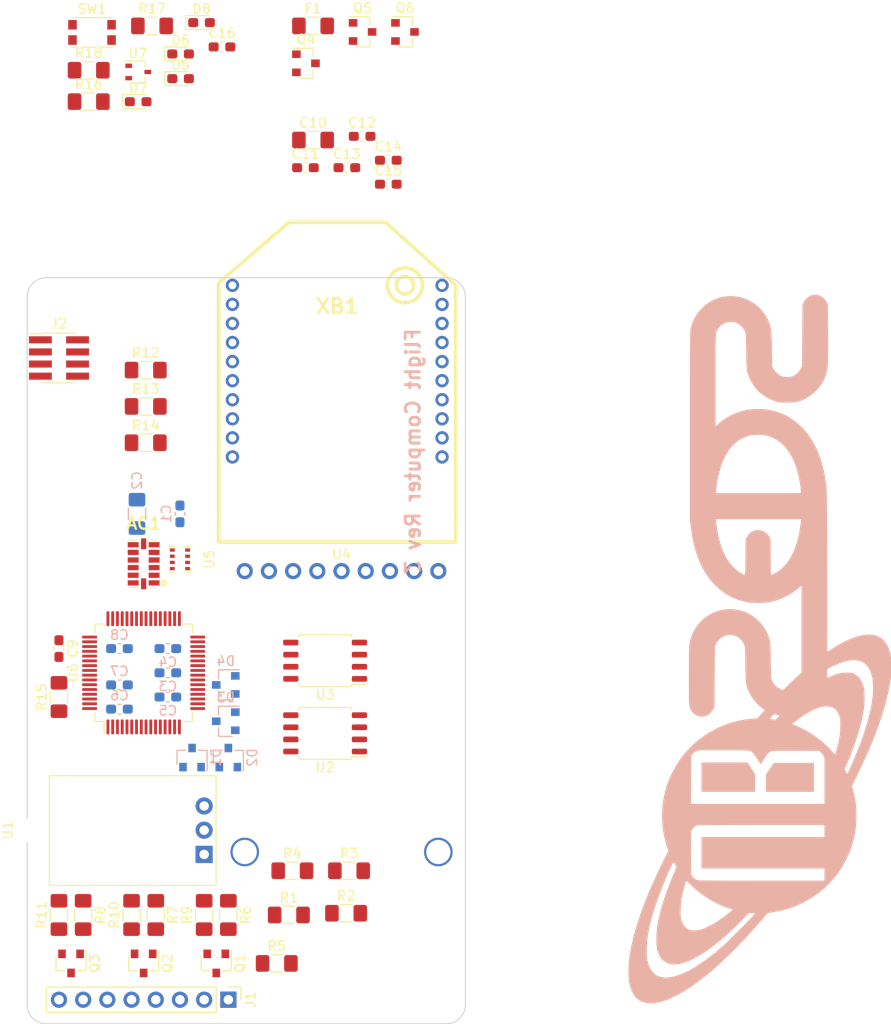
<source format=kicad_pcb>
(kicad_pcb (version 20171130) (host pcbnew "(5.1.4)-1")
  (title_block (title "Flight Computer") (rev 2) (company "UB SEDS"))
  (layers (0 F.Cu signal) (1 In1.Cu signal hide) (2 In2.Cu signal hide) (31 B.Cu signal) (34 B.Paste user hide) (35 F.Paste user hide) (36 B.SilkS user) (37 F.SilkS user) (38 B.Mask user hide) (39 F.Mask user hide) (44 Edge.Cuts user))
  (net 0 "")
  (net 1 "Net-(Q1-Pad1)")
  (net 2 "Net-(Q2-Pad1)")
  (net 3 GND)
  (net 4 +BATT)
  (net 5 +3V3)
  (net 6 /DROGUE_POW)
  (net 7 /MAIN_POW)
  (net 8 /SPI1_SCK)
  (net 9 /SPI1_MOSI)
  (net 10 /SPI1_MISO)
  (net 11 /SPI1_CS1)
  (net 12 /MCU/NRST)
  (net 13 /AUX1_POW)
  (net 14 /MCU/SWDIO_JTCK)
  (net 15 /MCU/SWDIO_JTMS)
  (net 16 /MCU/JTDI)
  (net 17 /ACT1)
  (net 18 /ACT2)
  (net 19 /ACT3)
  (net 20 /ADC1)
  (net 21 /ADC2)
  (net 22 /SPI2_SCK)
  (net 23 /SPI2_MOSI)
  (net 24 /SPI2_MISO)
  (net 25 /SPI2_CS1)
  (net 26 /SPI2_CS2)
  (net 27 /USART2_RX)
  (net 28 /USART2_TX)
  (net 29 /SPI1_CS2)
  (net 30 /USART1_TX)
  (net 31 /USART1_RX)
  (net 32 /ADC3)
  (net 33 /ADC4)
  (net 34 "Net-(Q3-Pad1)")
  (net 35 "Net-(D5-Pad2)")
  (net 36 "Net-(D6-Pad2)")
  (net 37 "Net-(D7-Pad2)")
  (net 38 "Net-(D8-Pad2)")
  (net 39 "Net-(F1-Pad2)")
  (net 40 "Net-(Q3-Pad2)")
  (net 41 "Net-(Q4-Pad2)")
  (net 42 "Net-(Q4-Pad1)")
  (net 43 "Net-(R1-Pad2)")
  (net 44 "Net-(R14-Pad1)")
  (net 45 "Net-(R15-Pad1)")
  (net 46 "Net-(R16-Pad1)")
  (net 47 "Net-(R17-Pad1)")
  (net 48 "Net-(R18-Pad1)")
  (net 49 "Net-(U6-Pad5)")
  (module Package_TO_SOT_SMD:SOT-323_SC-70 (layer F.Cu) (at 61.66 28.42)
    (fp_text reference U7 (at -0.05 -1.95) (layer F.SilkS))
    (fp_text value MAX7375AXR805)
    (pad 3 smd rect (at 1 0 270) (size 0.45 0.7) (layers F.Cu F.Paste F.Mask) (net 3 GND))
    (pad 2 smd rect (at -1 0.65 270) (size 0.45 0.7) (layers F.Cu F.Paste F.Mask) (net 49 "Net-(U6-Pad5)"))
    (pad 1 smd rect (at -1 -0.65 270) (size 0.45 0.7) (layers F.Cu F.Paste F.Mask) (net 5 +3V3))
  )
  (module Button_Switch_SMD:SW_Push_1P1T_NO_CK_KMR2 (layer F.Cu) (at 56.81 24.27)
    (fp_text reference SW1 (at 0 -2.45) (layer F.SilkS))
    (fp_text value Reset)
    (pad 2 smd rect (at 2.05 0.8) (size 0.9 1) (layers F.Cu F.Paste F.Mask) (net 12 /MCU/NRST))
    (pad 1 smd rect (at 2.05 -0.8) (size 0.9 1) (layers F.Cu F.Paste F.Mask) (net 3 GND))
    (pad 2 smd rect (at -2.05 0.8) (size 0.9 1) (layers F.Cu F.Paste F.Mask) (net 12 /MCU/NRST))
    (pad 1 smd rect (at -2.05 -0.8) (size 0.9 1) (layers F.Cu F.Paste F.Mask) (net 3 GND))
  )
  (module Resistor_SMD:R_1206_3216Metric_Pad1.42x1.75mm_HandSolder (layer F.Cu) (at 56.46 28.24)
    (fp_text reference R18 (at 0 -1.82) (layer F.SilkS))
    (fp_text value 10k)
    (pad 2 smd roundrect (at 1.4875 0) (size 1.425 1.75) (layers F.Cu F.Paste F.Mask) (roundrect_rratio 0.175439) (net 3 GND))
    (pad 1 smd roundrect (at -1.4875 0) (size 1.425 1.75) (layers F.Cu F.Paste F.Mask) (roundrect_rratio 0.175439) (net 48 "Net-(R18-Pad1)"))
  )
  (module Resistor_SMD:R_1206_3216Metric_Pad1.42x1.75mm_HandSolder (layer F.Cu) (at 63.11 23.59)
    (fp_text reference R17 (at 0 -1.82) (layer F.SilkS))
    (fp_text value 1k)
    (pad 2 smd roundrect (at 1.4875 0) (size 1.425 1.75) (layers F.Cu F.Paste F.Mask) (roundrect_rratio 0.175439) (net 38 "Net-(D8-Pad2)"))
    (pad 1 smd roundrect (at -1.4875 0) (size 1.425 1.75) (layers F.Cu F.Paste F.Mask) (roundrect_rratio 0.175439) (net 47 "Net-(R17-Pad1)"))
  )
  (module Resistor_SMD:R_1206_3216Metric_Pad1.42x1.75mm_HandSolder (layer F.Cu) (at 56.46 31.53)
    (fp_text reference R16 (at 0 -1.82) (layer F.SilkS))
    (fp_text value 1k)
    (pad 2 smd roundrect (at 1.4875 0) (size 1.425 1.75) (layers F.Cu F.Paste F.Mask) (roundrect_rratio 0.175439) (net 37 "Net-(D7-Pad2)"))
    (pad 1 smd roundrect (at -1.4875 0) (size 1.425 1.75) (layers F.Cu F.Paste F.Mask) (roundrect_rratio 0.175439) (net 46 "Net-(R16-Pad1)"))
  )
  (module Resistor_SMD:R_1206_3216Metric_Pad1.42x1.75mm_HandSolder (layer F.Cu) (at 76.2 121.92)
    (fp_text reference R5 (at 0 -1.82) (layer F.SilkS))
    (fp_text value 100R)
    (pad 2 smd roundrect (at 1.4875 0) (size 1.425 1.75) (layers F.Cu F.Paste F.Mask) (roundrect_rratio 0.175439) (net 34 "Net-(Q3-Pad1)"))
    (pad 1 smd roundrect (at -1.4875 0) (size 1.425 1.75) (layers F.Cu F.Paste F.Mask) (roundrect_rratio 0.175439) (net 18 /ACT2))
  )
  (module Package_TO_SOT_SMD:SOT-23 (layer F.Cu) (at 89.66 24.22)
    (fp_text reference Q6 (at 0 -2.5) (layer F.SilkS))
    (fp_text value Q_PMOS_GDS)
    (pad 3 smd rect (at 1 0) (size 0.9 0.8) (layers F.Cu F.Paste F.Mask) (net 13 /AUX1_POW))
    (pad 2 smd rect (at -1 0.95) (size 0.9 0.8) (layers F.Cu F.Paste F.Mask) (net 39 "Net-(F1-Pad2)"))
    (pad 1 smd rect (at -1 -0.95) (size 0.9 0.8) (layers F.Cu F.Paste F.Mask) (net 41 "Net-(Q4-Pad2)"))
  )
  (module Package_TO_SOT_SMD:SOT-23 (layer F.Cu) (at 85.21 24.22)
    (fp_text reference Q5 (at 0 -2.5) (layer F.SilkS))
    (fp_text value Q_PMOS_GDS)
    (pad 3 smd rect (at 1 0) (size 0.9 0.8) (layers F.Cu F.Paste F.Mask) (net 7 /MAIN_POW))
    (pad 2 smd rect (at -1 0.95) (size 0.9 0.8) (layers F.Cu F.Paste F.Mask) (net 39 "Net-(F1-Pad2)"))
    (pad 1 smd rect (at -1 -0.95) (size 0.9 0.8) (layers F.Cu F.Paste F.Mask) (net 40 "Net-(Q3-Pad2)"))
  )
  (module Package_TO_SOT_SMD:SOT-23 (layer F.Cu) (at 79.26 27.51)
    (fp_text reference Q4 (at 0 -2.5) (layer F.SilkS))
    (fp_text value Q_NMOS_GDS)
    (pad 3 smd rect (at 1 0) (size 0.9 0.8) (layers F.Cu F.Paste F.Mask) (net 3 GND))
    (pad 2 smd rect (at -1 0.95) (size 0.9 0.8) (layers F.Cu F.Paste F.Mask) (net 41 "Net-(Q4-Pad2)"))
    (pad 1 smd rect (at -1 -0.95) (size 0.9 0.8) (layers F.Cu F.Paste F.Mask) (net 42 "Net-(Q4-Pad1)"))
  )
  (module Connector_PinHeader_1.27mm:PinHeader_2x04_P1.27mm_Vertical_SMD (layer F.Cu) (at 53.34 58.42)
    (fp_text reference J2 (at 0 -3.6) (layer F.SilkS))
    (fp_text value JTAG)
    (pad 8 smd rect (at 1.95 1.905) (size 2.4 0.74) (layers F.Cu F.Paste F.Mask) (net 15 /MCU/SWDIO_JTMS))
    (pad 7 smd rect (at -1.95 1.905) (size 2.4 0.74) (layers F.Cu F.Paste F.Mask) (net 3 GND))
    (pad 6 smd rect (at 1.95 0.635) (size 2.4 0.74) (layers F.Cu F.Paste F.Mask) (net 12 /MCU/NRST))
    (pad 5 smd rect (at -1.95 0.635) (size 2.4 0.74) (layers F.Cu F.Paste F.Mask) (net 16 /MCU/JTDI))
    (pad 4 smd rect (at 1.95 -0.635) (size 2.4 0.74) (layers F.Cu F.Paste F.Mask) (net 28 /USART2_TX))
    (pad 3 smd rect (at -1.95 -0.635) (size 2.4 0.74) (layers F.Cu F.Paste F.Mask) (net 27 /USART2_RX))
    (pad 2 smd rect (at 1.95 -1.905) (size 2.4 0.74) (layers F.Cu F.Paste F.Mask) (net 14 /MCU/SWDIO_JTCK))
    (pad 1 smd rect (at -1.95 -1.905) (size 2.4 0.74) (layers F.Cu F.Paste F.Mask) (net 5 +3V3))
  )
  (module Fuse:Fuse_1206_3216Metric_Pad1.42x1.75mm_HandSolder (layer F.Cu) (at 80.01 23.59)
    (fp_text reference F1 (at 0 -1.82) (layer F.SilkS))
    (fp_text value "3A Polyfuse")
    (pad 2 smd roundrect (at 1.4875 0) (size 1.425 1.75) (layers F.Cu F.Paste F.Mask) (roundrect_rratio 0.175439) (net 39 "Net-(F1-Pad2)"))
    (pad 1 smd roundrect (at -1.4875 0) (size 1.425 1.75) (layers F.Cu F.Paste F.Mask) (roundrect_rratio 0.175439) (net 4 +BATT))
  )
  (module LED_SMD:LED_0603_1608Metric_Pad1.05x0.95mm_HandSolder (layer F.Cu) (at 68.305 23.24)
    (fp_text reference D8 (at 0 -1.43) (layer F.SilkS))
    (fp_text value GREEN)
    (pad 2 smd roundrect (at 0.875 0) (size 1.05 0.95) (layers F.Cu F.Paste F.Mask) (net 38 "Net-(D8-Pad2)"))
    (pad 1 smd roundrect (at -0.875 0) (size 1.05 0.95) (layers F.Cu F.Paste F.Mask) (net 3 GND))
  )
  (module LED_SMD:LED_0603_1608Metric_Pad1.05x0.95mm_HandSolder (layer F.Cu) (at 61.655 31.54)
    (fp_text reference D7 (at 0 -1.43) (layer F.SilkS))
    (fp_text value GREEN)
    (pad 2 smd roundrect (at 0.875 0) (size 1.05 0.95) (layers F.Cu F.Paste F.Mask) (net 37 "Net-(D7-Pad2)"))
    (pad 1 smd roundrect (at -0.875 0) (size 1.05 0.95) (layers F.Cu F.Paste F.Mask) (net 3 GND))
  )
  (module LED_SMD:LED_0603_1608Metric_Pad1.05x0.95mm_HandSolder (layer F.Cu) (at 66.105 26.53)
    (fp_text reference D6 (at 0 -1.43) (layer F.SilkS))
    (fp_text value YELLOW)
    (pad 2 smd roundrect (at 0.875 0) (size 1.05 0.95) (layers F.Cu F.Paste F.Mask) (net 36 "Net-(D6-Pad2)"))
    (pad 1 smd roundrect (at -0.875 0) (size 1.05 0.95) (layers F.Cu F.Paste F.Mask) (net 3 GND))
  )
  (module LED_SMD:LED_0603_1608Metric_Pad1.05x0.95mm_HandSolder (layer F.Cu) (at 66.105 29.12)
    (fp_text reference D5 (at 0 -1.43) (layer F.SilkS))
    (fp_text value RED)
    (pad 2 smd roundrect (at 0.875 0) (size 1.05 0.95) (layers F.Cu F.Paste F.Mask) (net 35 "Net-(D5-Pad2)"))
    (pad 1 smd roundrect (at -0.875 0) (size 1.05 0.95) (layers F.Cu F.Paste F.Mask) (net 3 GND))
  )
  (module Capacitor_SMD:C_0603_1608Metric_Pad1.05x0.95mm_HandSolder (layer F.Cu) (at 70.45 25.79)
    (fp_text reference C16 (at 0 -1.43) (layer F.SilkS))
    (fp_text value 0.1uF)
    (pad 2 smd roundrect (at 0.875 0) (size 1.05 0.95) (layers F.Cu F.Paste F.Mask) (net 5 +3V3))
    (pad 1 smd roundrect (at -0.875 0) (size 1.05 0.95) (layers F.Cu F.Paste F.Mask) (net 3 GND))
  )
  (module Capacitor_SMD:C_0603_1608Metric_Pad1.05x0.95mm_HandSolder (layer F.Cu) (at 87.91 40.19)
    (fp_text reference C15 (at 0 -1.43) (layer F.SilkS))
    (fp_text value 0.1uF)
    (pad 2 smd roundrect (at 0.875 0) (size 1.05 0.95) (layers F.Cu F.Paste F.Mask) (net 5 +3V3))
    (pad 1 smd roundrect (at -0.875 0) (size 1.05 0.95) (layers F.Cu F.Paste F.Mask) (net 3 GND))
  )
  (module Capacitor_SMD:C_0603_1608Metric_Pad1.05x0.95mm_HandSolder (layer F.Cu) (at 87.91 37.68)
    (fp_text reference C14 (at 0 -1.43) (layer F.SilkS))
    (fp_text value 0.1uF)
    (pad 2 smd roundrect (at 0.875 0) (size 1.05 0.95) (layers F.Cu F.Paste F.Mask) (net 5 +3V3))
    (pad 1 smd roundrect (at -0.875 0) (size 1.05 0.95) (layers F.Cu F.Paste F.Mask) (net 3 GND))
  )
  (module Capacitor_SMD:C_0603_1608Metric_Pad1.05x0.95mm_HandSolder (layer F.Cu) (at 83.56 38.46)
    (fp_text reference C13 (at 0 -1.43) (layer F.SilkS))
    (fp_text value 0.1uF)
    (pad 2 smd roundrect (at 0.875 0) (size 1.05 0.95) (layers F.Cu F.Paste F.Mask) (net 5 +3V3))
    (pad 1 smd roundrect (at -0.875 0) (size 1.05 0.95) (layers F.Cu F.Paste F.Mask) (net 3 GND))
  )
  (module Capacitor_SMD:C_0603_1608Metric_Pad1.05x0.95mm_HandSolder (layer F.Cu) (at 85.16 35.17)
    (fp_text reference C12 (at 0 -1.43) (layer F.SilkS))
    (fp_text value 0.1uF)
    (pad 2 smd roundrect (at 0.875 0) (size 1.05 0.95) (layers F.Cu F.Paste F.Mask) (net 5 +3V3))
    (pad 1 smd roundrect (at -0.875 0) (size 1.05 0.95) (layers F.Cu F.Paste F.Mask) (net 3 GND))
  )
  (module Capacitor_SMD:C_0603_1608Metric_Pad1.05x0.95mm_HandSolder (layer F.Cu) (at 79.21 38.46)
    (fp_text reference C11 (at 0 -1.43) (layer F.SilkS))
    (fp_text value 0.1uF)
    (pad 2 smd roundrect (at 0.875 0) (size 1.05 0.95) (layers F.Cu F.Paste F.Mask) (net 5 +3V3))
    (pad 1 smd roundrect (at -0.875 0) (size 1.05 0.95) (layers F.Cu F.Paste F.Mask) (net 3 GND))
  )
  (module Capacitor_SMD:C_1206_3216Metric_Pad1.42x1.75mm_HandSolder (layer F.Cu) (at 80.01 35.56)
    (fp_text reference C10 (at 0 -1.82) (layer F.SilkS))
    (fp_text value 10uF)
    (pad 2 smd roundrect (at 1.4875 0) (size 1.425 1.75) (layers F.Cu F.Paste F.Mask) (roundrect_rratio 0.175439) (net 5 +3V3))
    (pad 1 smd roundrect (at -1.4875 0) (size 1.425 1.75) (layers F.Cu F.Paste F.Mask) (roundrect_rratio 0.175439) (net 3 GND))
  )
  (module Capacitor_SMD:C_0603_1608Metric_Pad1.05x0.95mm_HandSolder (layer B.Cu) (at 66.04 74.77 270)
    (fp_text reference C1 (at 0 1.43 90) (layer B.SilkS) (effects (justify mirror)))
    (fp_text value 0.1uF)
    (pad 2 smd roundrect (at 0.875 0 270) (size 1.05 0.95) (layers B.Cu B.Paste B.Mask) (net 5 +3V3))
    (pad 1 smd roundrect (at -0.875 0 270) (size 1.05 0.95) (layers B.Cu B.Paste B.Mask) (net 3 GND))
  )
  (module Flight-Computer:XBEE_PRO_PTH (layer F.Cu) (at 82.55 50.8)
    (fp_text reference XB1 (at 0 2.2) (layer F.SilkS) (effects (font (size 1.524 1.524) (thickness 0.3048))))
    (fp_text value XBEE hide)
    (pad 1 thru_hole circle (at -11.00074 0) (size 1.397 1.397) (drill 0.8128) (layers *.Cu *.Mask) (net 5 +3V3))
    (pad 5 thru_hole circle (at -11.00074 8.001) (size 1.397 1.397) (drill 0.8128) (layers *.Cu *.Mask))
    (pad 7 thru_hole circle (at -11.00074 11.99896) (size 1.397 1.397) (drill 0.8128) (layers *.Cu *.Mask))
    (pad 6 thru_hole circle (at -11.00074 9.99998) (size 1.397 1.397) (drill 0.8128) (layers *.Cu *.Mask))
    (pad 3 thru_hole circle (at -11.00074 4.0005) (size 1.397 1.397) (drill 0.8128) (layers *.Cu *.Mask) (net 30 /USART1_TX))
    (pad 4 thru_hole circle (at -11.00074 5.99948) (size 1.397 1.397) (drill 0.8128) (layers *.Cu *.Mask))
    (pad 2 thru_hole circle (at -11.00074 1.99898) (size 1.397 1.397) (drill 0.8128) (layers *.Cu *.Mask) (net 31 /USART1_RX))
    (pad 9 thru_hole circle (at -11.00074 15.99946) (size 1.397 1.397) (drill 0.8128) (layers *.Cu *.Mask))
    (pad 10 thru_hole circle (at -11.00074 18.00098) (size 1.397 1.397) (drill 0.8128) (layers *.Cu *.Mask) (net 3 GND))
    (pad 8 thru_hole circle (at -11.00074 14.00048) (size 1.397 1.397) (drill 0.8128) (layers *.Cu *.Mask))
    (pad 13 thru_hole circle (at 11.00074 14.00048) (size 1.397 1.397) (drill 0.8128) (layers *.Cu *.Mask))
    (pad 11 thru_hole circle (at 11.00074 18.00098) (size 1.397 1.397) (drill 0.8128) (layers *.Cu *.Mask))
    (pad 12 thru_hole circle (at 11.00074 15.99946) (size 1.397 1.397) (drill 0.8128) (layers *.Cu *.Mask))
    (pad 19 thru_hole circle (at 11.00074 1.99898) (size 1.397 1.397) (drill 0.8128) (layers *.Cu *.Mask))
    (pad 17 thru_hole circle (at 11.00074 5.99948) (size 1.397 1.397) (drill 0.8128) (layers *.Cu *.Mask))
    (pad 18 thru_hole circle (at 11.00074 4.0005) (size 1.397 1.397) (drill 0.8128) (layers *.Cu *.Mask))
    (pad 15 thru_hole circle (at 11.00074 9.99998) (size 1.397 1.397) (drill 0.8128) (layers *.Cu *.Mask))
    (pad 14 thru_hole circle (at 11.00074 11.99896) (size 1.397 1.397) (drill 0.8128) (layers *.Cu *.Mask))
    (pad 16 thru_hole circle (at 11.00074 8.001) (size 1.397 1.397) (drill 0.8128) (layers *.Cu *.Mask))
    (pad 20 thru_hole circle (at 11.00074 0) (size 1.397 1.397) (drill 0.8128) (layers *.Cu *.Mask))
  )
  (module Resistor_SMD:R_1206_3216Metric_Pad1.42x1.75mm_HandSolder (layer F.Cu) (at 55.88 116.84 270)
    (fp_text reference R8 (at 0 -1.82 90) (layer F.SilkS))
    (fp_text value 10k)
    (pad 2 smd roundrect (at 1.4875 0 270) (size 1.425 1.75) (layers F.Cu F.Paste F.Mask) (roundrect_rratio 0.175439) (net 3 GND))
    (pad 1 smd roundrect (at -1.4875 0 270) (size 1.425 1.75) (layers F.Cu F.Paste F.Mask) (roundrect_rratio 0.175439) (net 2 "Net-(Q2-Pad1)"))
  )
  (module Resistor_SMD:R_1206_3216Metric_Pad1.42x1.75mm_HandSolder (layer F.Cu) (at 63.5 116.84 270)
    (fp_text reference R7 (at 0 -1.82 90) (layer F.SilkS))
    (fp_text value 100R)
    (pad 2 smd roundrect (at 1.4875 0 270) (size 1.425 1.75) (layers F.Cu F.Paste F.Mask) (roundrect_rratio 0.175439) (net 42 "Net-(Q4-Pad1)"))
    (pad 1 smd roundrect (at -1.4875 0 270) (size 1.425 1.75) (layers F.Cu F.Paste F.Mask) (roundrect_rratio 0.175439) (net 19 /ACT3))
  )
  (module Resistor_SMD:R_1206_3216Metric_Pad1.42x1.75mm_HandSolder (layer F.Cu) (at 71.12 116.84 270)
    (fp_text reference R6 (at 0 -1.82 90) (layer F.SilkS))
    (fp_text value 100R)
    (pad 2 smd roundrect (at 1.4875 0 270) (size 1.425 1.75) (layers F.Cu F.Paste F.Mask) (roundrect_rratio 0.175439) (net 2 "Net-(Q2-Pad1)"))
    (pad 1 smd roundrect (at -1.4875 0 270) (size 1.425 1.75) (layers F.Cu F.Paste F.Mask) (roundrect_rratio 0.175439) (net 17 /ACT1))
  )
  (module Flight-Computer:Adafruit_GPS_THT (layer F.Cu) (at 83 78.74 180)
    (fp_text reference U4 (at 0 -0.282 180) (layer F.SilkS))
    (fp_text value Adafruit_GPS_THT)
    (pad "" np_thru_hole circle (at 10.16 -31.496 180) (size 3 3) (drill 2.54) (layers *.Cu *.Mask))
    (pad "" np_thru_hole circle (at -10.16 -31.496 180) (size 3 3) (drill 2.54) (layers *.Cu *.Mask))
    (pad 9 thru_hole circle (at 10.16 -2.032 180) (size 1.7 1.7) (drill 1) (layers *.Cu *.Mask))
    (pad 8 thru_hole circle (at 7.62 -2.032 180) (size 1.7 1.7) (drill 1) (layers *.Cu *.Mask))
    (pad 7 thru_hole circle (at 5.08 -2.032 180) (size 1.7 1.7) (drill 1) (layers *.Cu *.Mask) (net 3 GND))
    (pad 6 thru_hole circle (at 2.54 -2.032 180) (size 1.7 1.7) (drill 1) (layers *.Cu *.Mask) (net 27 /USART2_RX))
    (pad 5 thru_hole circle (at 0 -2.032 180) (size 1.7 1.7) (drill 1) (layers *.Cu *.Mask) (net 28 /USART2_TX))
    (pad 4 thru_hole circle (at -2.54 -2.032 180) (size 1.7 1.7) (drill 1) (layers *.Cu *.Mask))
    (pad 3 thru_hole circle (at -5.08 -2.032 180) (size 1.7 1.7) (drill 1) (layers *.Cu *.Mask))
    (pad 2 thru_hole circle (at -7.62 -2.032 180) (size 1.7 1.7) (drill 1) (layers *.Cu *.Mask))
    (pad 1 thru_hole circle (at -10.16 -2.032 180) (size 1.7 1.7) (drill 1) (layers *.Cu *.Mask) (net 5 +3V3))
  )
  (module MountingHole:MountingHole_2.5mm (layer F.Cu) (at 57 54)
    (fp_text reference H1 hide)
    (fp_text value MountingHole)
    (pad 1 np_thru_hole circle (at 0 0) (size 2.5 2.5) (drill 2.5) (layers *.Cu *.Mask))
  )
  (module Resistor_SMD:R_1206_3216Metric_Pad1.42x1.75mm_HandSolder (layer F.Cu) (at 60.96 116.84 90)
    (fp_text reference R10 (at 0 -1.82 90) (layer F.SilkS))
    (fp_text value 10k)
    (pad 2 smd roundrect (at 1.4875 0 90) (size 1.425 1.75) (layers F.Cu F.Paste F.Mask) (roundrect_rratio 0.175439) (net 3 GND))
    (pad 1 smd roundrect (at -1.4875 0 90) (size 1.425 1.75) (layers F.Cu F.Paste F.Mask) (roundrect_rratio 0.175439) (net 34 "Net-(Q3-Pad1)"))
  )
  (module Resistor_SMD:R_1206_3216Metric_Pad1.42x1.75mm_HandSolder (layer F.Cu) (at 68.58 116.84 90)
    (fp_text reference R9 (at 0 -1.82 90) (layer F.SilkS))
    (fp_text value 10k)
    (pad 2 smd roundrect (at 1.4875 0 90) (size 1.425 1.75) (layers F.Cu F.Paste F.Mask) (roundrect_rratio 0.175439) (net 1 "Net-(Q1-Pad1)"))
    (pad 1 smd roundrect (at -1.4875 0 90) (size 1.425 1.75) (layers F.Cu F.Paste F.Mask) (roundrect_rratio 0.175439) (net 39 "Net-(F1-Pad2)"))
  )
  (module Resistor_SMD:R_1206_3216Metric_Pad1.42x1.75mm_HandSolder (layer F.Cu) (at 83.48 116.66)
    (fp_text reference R2 (at 0 -1.82) (layer F.SilkS))
    (fp_text value 10k)
    (pad 2 smd roundrect (at 1.4875 0) (size 1.425 1.75) (layers F.Cu F.Paste F.Mask) (roundrect_rratio 0.175439) (net 3 GND))
    (pad 1 smd roundrect (at -1.4875 0) (size 1.425 1.75) (layers F.Cu F.Paste F.Mask) (roundrect_rratio 0.175439) (net 43 "Net-(R1-Pad2)"))
  )
  (module Resistor_SMD:R_1206_3216Metric_Pad1.42x1.75mm_HandSolder (layer F.Cu) (at 77.47 116.84)
    (fp_text reference R1 (at 0 -1.82) (layer F.SilkS))
    (fp_text value 33k)
    (pad 2 smd roundrect (at 1.4875 0) (size 1.425 1.75) (layers F.Cu F.Paste F.Mask) (roundrect_rratio 0.175439) (net 43 "Net-(R1-Pad2)"))
    (pad 1 smd roundrect (at -1.4875 0) (size 1.425 1.75) (layers F.Cu F.Paste F.Mask) (roundrect_rratio 0.175439) (net 4 +BATT))
  )
  (module Package_QFP:LQFP-64_10x10mm_P0.5mm (layer F.Cu) (at 62.23 91.44 90)
    (fp_text reference U6 (at 0 -7.4 90) (layer F.SilkS))
    (fp_text value STM32F303RETx)
    (pad 64 smd roundrect (at -3.75 -5.675 90) (size 0.3 1.55) (layers F.Cu F.Paste F.Mask) (net 5 +3V3))
    (pad 63 smd roundrect (at -3.25 -5.675 90) (size 0.3 1.55) (layers F.Cu F.Paste F.Mask) (net 3 GND))
    (pad 62 smd roundrect (at -2.75 -5.675 90) (size 0.3 1.55) (layers F.Cu F.Paste F.Mask))
    (pad 61 smd roundrect (at -2.25 -5.675 90) (size 0.3 1.55) (layers F.Cu F.Paste F.Mask))
    (pad 60 smd roundrect (at -1.75 -5.675 90) (size 0.3 1.55) (layers F.Cu F.Paste F.Mask) (net 48 "Net-(R18-Pad1)"))
    (pad 59 smd roundrect (at -1.25 -5.675 90) (size 0.3 1.55) (layers F.Cu F.Paste F.Mask) (net 31 /USART1_RX))
    (pad 58 smd roundrect (at -0.75 -5.675 90) (size 0.3 1.55) (layers F.Cu F.Paste F.Mask) (net 30 /USART1_TX))
    (pad 57 smd roundrect (at -0.25 -5.675 90) (size 0.3 1.55) (layers F.Cu F.Paste F.Mask))
    (pad 56 smd roundrect (at 0.25 -5.675 90) (size 0.3 1.55) (layers F.Cu F.Paste F.Mask) (net 27 /USART2_RX))
    (pad 55 smd roundrect (at 0.75 -5.675 90) (size 0.3 1.55) (layers F.Cu F.Paste F.Mask) (net 28 /USART2_TX))
    (pad 54 smd roundrect (at 1.25 -5.675 90) (size 0.3 1.55) (layers F.Cu F.Paste F.Mask))
    (pad 53 smd roundrect (at 1.75 -5.675 90) (size 0.3 1.55) (layers F.Cu F.Paste F.Mask))
    (pad 52 smd roundrect (at 2.25 -5.675 90) (size 0.3 1.55) (layers F.Cu F.Paste F.Mask))
    (pad 51 smd roundrect (at 2.75 -5.675 90) (size 0.3 1.55) (layers F.Cu F.Paste F.Mask))
    (pad 50 smd roundrect (at 3.25 -5.675 90) (size 0.3 1.55) (layers F.Cu F.Paste F.Mask) (net 16 /MCU/JTDI))
    (pad 49 smd roundrect (at 3.75 -5.675 90) (size 0.3 1.55) (layers F.Cu F.Paste F.Mask) (net 14 /MCU/SWDIO_JTCK))
    (pad 48 smd roundrect (at 5.675 -3.75 90) (size 1.55 0.3) (layers F.Cu F.Paste F.Mask) (net 5 +3V3))
    (pad 47 smd roundrect (at 5.675 -3.25 90) (size 1.55 0.3) (layers F.Cu F.Paste F.Mask) (net 3 GND))
    (pad 46 smd roundrect (at 5.675 -2.75 90) (size 1.55 0.3) (layers F.Cu F.Paste F.Mask) (net 15 /MCU/SWDIO_JTMS))
    (pad 45 smd roundrect (at 5.675 -2.25 90) (size 1.55 0.3) (layers F.Cu F.Paste F.Mask))
    (pad 44 smd roundrect (at 5.675 -1.75 90) (size 1.55 0.3) (layers F.Cu F.Paste F.Mask))
    (pad 43 smd roundrect (at 5.675 -1.25 90) (size 1.55 0.3) (layers F.Cu F.Paste F.Mask))
    (pad 42 smd roundrect (at 5.675 -0.75 90) (size 1.55 0.3) (layers F.Cu F.Paste F.Mask) (net 29 /SPI1_CS2))
    (pad 41 smd roundrect (at 5.675 -0.25 90) (size 1.55 0.3) (layers F.Cu F.Paste F.Mask) (net 11 /SPI1_CS1))
    (pad 40 smd roundrect (at 5.675 0.25 90) (size 1.55 0.3) (layers F.Cu F.Paste F.Mask))
    (pad 39 smd roundrect (at 5.675 0.75 90) (size 1.55 0.3) (layers F.Cu F.Paste F.Mask))
    (pad 38 smd roundrect (at 5.675 1.25 90) (size 1.55 0.3) (layers F.Cu F.Paste F.Mask) (net 47 "Net-(R17-Pad1)"))
    (pad 37 smd roundrect (at 5.675 1.75 90) (size 1.55 0.3) (layers F.Cu F.Paste F.Mask) (net 46 "Net-(R16-Pad1)"))
    (pad 36 smd roundrect (at 5.675 2.25 90) (size 1.55 0.3) (layers F.Cu F.Paste F.Mask) (net 23 /SPI2_MOSI))
    (pad 35 smd roundrect (at 5.675 2.75 90) (size 1.55 0.3) (layers F.Cu F.Paste F.Mask) (net 24 /SPI2_MISO))
    (pad 34 smd roundrect (at 5.675 3.25 90) (size 1.55 0.3) (layers F.Cu F.Paste F.Mask) (net 22 /SPI2_SCK))
    (pad 33 smd roundrect (at 5.675 3.75 90) (size 1.55 0.3) (layers F.Cu F.Paste F.Mask) (net 26 /SPI2_CS2))
    (pad 32 smd roundrect (at 3.75 5.675 90) (size 0.3 1.55) (layers F.Cu F.Paste F.Mask) (net 5 +3V3))
    (pad 31 smd roundrect (at 3.25 5.675 90) (size 0.3 1.55) (layers F.Cu F.Paste F.Mask) (net 3 GND))
    (pad 30 smd roundrect (at 2.75 5.675 90) (size 0.3 1.55) (layers F.Cu F.Paste F.Mask) (net 25 /SPI2_CS1))
    (pad 29 smd roundrect (at 2.25 5.675 90) (size 0.3 1.55) (layers F.Cu F.Paste F.Mask))
    (pad 28 smd roundrect (at 1.75 5.675 90) (size 0.3 1.55) (layers F.Cu F.Paste F.Mask))
    (pad 27 smd roundrect (at 1.25 5.675 90) (size 0.3 1.55) (layers F.Cu F.Paste F.Mask))
    (pad 26 smd roundrect (at 0.75 5.675 90) (size 0.3 1.55) (layers F.Cu F.Paste F.Mask))
    (pad 25 smd roundrect (at 0.25 5.675 90) (size 0.3 1.55) (layers F.Cu F.Paste F.Mask) (net 45 "Net-(R15-Pad1)"))
    (pad 24 smd roundrect (at -0.25 5.675 90) (size 0.3 1.55) (layers F.Cu F.Paste F.Mask) (net 44 "Net-(R14-Pad1)"))
    (pad 23 smd roundrect (at -0.75 5.675 90) (size 0.3 1.55) (layers F.Cu F.Paste F.Mask) (net 9 /SPI1_MOSI))
    (pad 22 smd roundrect (at -1.25 5.675 90) (size 0.3 1.55) (layers F.Cu F.Paste F.Mask) (net 10 /SPI1_MISO))
    (pad 21 smd roundrect (at -1.75 5.675 90) (size 0.3 1.55) (layers F.Cu F.Paste F.Mask) (net 8 /SPI1_SCK))
    (pad 20 smd roundrect (at -2.25 5.675 90) (size 0.3 1.55) (layers F.Cu F.Paste F.Mask))
    (pad 19 smd roundrect (at -2.75 5.675 90) (size 0.3 1.55) (layers F.Cu F.Paste F.Mask) (net 5 +3V3))
    (pad 18 smd roundrect (at -3.25 5.675 90) (size 0.3 1.55) (layers F.Cu F.Paste F.Mask) (net 3 GND))
    (pad 17 smd roundrect (at -3.75 5.675 90) (size 0.3 1.55) (layers F.Cu F.Paste F.Mask) (net 33 /ADC4))
    (pad 16 smd roundrect (at -5.675 3.75 90) (size 1.55 0.3) (layers F.Cu F.Paste F.Mask) (net 32 /ADC3))
    (pad 15 smd roundrect (at -5.675 3.25 90) (size 1.55 0.3) (layers F.Cu F.Paste F.Mask) (net 21 /ADC2))
    (pad 14 smd roundrect (at -5.675 2.75 90) (size 1.55 0.3) (layers F.Cu F.Paste F.Mask) (net 20 /ADC1))
    (pad 13 smd roundrect (at -5.675 2.25 90) (size 1.55 0.3) (layers F.Cu F.Paste F.Mask) (net 5 +3V3))
    (pad 12 smd roundrect (at -5.675 1.75 90) (size 1.55 0.3) (layers F.Cu F.Paste F.Mask) (net 3 GND))
    (pad 11 smd roundrect (at -5.675 1.25 90) (size 1.55 0.3) (layers F.Cu F.Paste F.Mask))
    (pad 10 smd roundrect (at -5.675 0.75 90) (size 1.55 0.3) (layers F.Cu F.Paste F.Mask) (net 19 /ACT3))
    (pad 9 smd roundrect (at -5.675 0.25 90) (size 1.55 0.3) (layers F.Cu F.Paste F.Mask) (net 18 /ACT2))
    (pad 8 smd roundrect (at -5.675 -0.25 90) (size 1.55 0.3) (layers F.Cu F.Paste F.Mask) (net 17 /ACT1))
    (pad 7 smd roundrect (at -5.675 -0.75 90) (size 1.55 0.3) (layers F.Cu F.Paste F.Mask) (net 12 /MCU/NRST))
    (pad 6 smd roundrect (at -5.675 -1.25 90) (size 1.55 0.3) (layers F.Cu F.Paste F.Mask))
    (pad 5 smd roundrect (at -5.675 -1.75 90) (size 1.55 0.3) (layers F.Cu F.Paste F.Mask) (net 49 "Net-(U6-Pad5)"))
    (pad 4 smd roundrect (at -5.675 -2.25 90) (size 1.55 0.3) (layers F.Cu F.Paste F.Mask))
    (pad 3 smd roundrect (at -5.675 -2.75 90) (size 1.55 0.3) (layers F.Cu F.Paste F.Mask))
    (pad 2 smd roundrect (at -5.675 -3.25 90) (size 1.55 0.3) (layers F.Cu F.Paste F.Mask))
    (pad 1 smd roundrect (at -5.675 -3.75 90) (size 1.55 0.3) (layers F.Cu F.Paste F.Mask) (net 5 +3V3))
  )
  (module Package_SO:SOIC-8_5.23x5.23mm_P1.27mm (layer F.Cu) (at 81.28 90.17 180)
    (fp_text reference U3 (at 0 -3.56) (layer F.SilkS))
    (fp_text value W25Q32JVSS)
    (pad 8 smd roundrect (at 3.6 -1.905 180) (size 1.6 0.6) (layers F.Cu F.Paste F.Mask) (net 5 +3V3))
    (pad 7 smd roundrect (at 3.6 -0.635 180) (size 1.6 0.6) (layers F.Cu F.Paste F.Mask))
    (pad 6 smd roundrect (at 3.6 0.635 180) (size 1.6 0.6) (layers F.Cu F.Paste F.Mask) (net 22 /SPI2_SCK))
    (pad 5 smd roundrect (at 3.6 1.905 180) (size 1.6 0.6) (layers F.Cu F.Paste F.Mask) (net 23 /SPI2_MOSI))
    (pad 4 smd roundrect (at -3.6 1.905 180) (size 1.6 0.6) (layers F.Cu F.Paste F.Mask) (net 3 GND))
    (pad 3 smd roundrect (at -3.6 0.635 180) (size 1.6 0.6) (layers F.Cu F.Paste F.Mask))
    (pad 2 smd roundrect (at -3.6 -0.635 180) (size 1.6 0.6) (layers F.Cu F.Paste F.Mask) (net 24 /SPI2_MISO))
    (pad 1 smd roundrect (at -3.6 -1.905 180) (size 1.6 0.6) (layers F.Cu F.Paste F.Mask) (net 26 /SPI2_CS2))
  )
  (module Package_SO:SOIC-8_5.23x5.23mm_P1.27mm (layer F.Cu) (at 81.28 97.79 180)
    (fp_text reference U2 (at 0 -3.56) (layer F.SilkS))
    (fp_text value W25Q32JVSS)
    (pad 8 smd roundrect (at 3.6 -1.905 180) (size 1.6 0.6) (layers F.Cu F.Paste F.Mask) (net 5 +3V3))
    (pad 7 smd roundrect (at 3.6 -0.635 180) (size 1.6 0.6) (layers F.Cu F.Paste F.Mask))
    (pad 6 smd roundrect (at 3.6 0.635 180) (size 1.6 0.6) (layers F.Cu F.Paste F.Mask) (net 22 /SPI2_SCK))
    (pad 5 smd roundrect (at 3.6 1.905 180) (size 1.6 0.6) (layers F.Cu F.Paste F.Mask) (net 23 /SPI2_MOSI))
    (pad 4 smd roundrect (at -3.6 1.905 180) (size 1.6 0.6) (layers F.Cu F.Paste F.Mask) (net 3 GND))
    (pad 3 smd roundrect (at -3.6 0.635 180) (size 1.6 0.6) (layers F.Cu F.Paste F.Mask))
    (pad 2 smd roundrect (at -3.6 -0.635 180) (size 1.6 0.6) (layers F.Cu F.Paste F.Mask) (net 24 /SPI2_MISO))
    (pad 1 smd roundrect (at -3.6 -1.905 180) (size 1.6 0.6) (layers F.Cu F.Paste F.Mask) (net 25 /SPI2_CS1))
  )
  (module Flight-Computer:VXO7803-1000 (layer F.Cu) (at 68.58 110.49 90)
    (fp_text reference U1 (at 2.54 -20.58 90) (layer F.SilkS))
    (fp_text value VXO7803-1000)
    (pad 3 thru_hole oval (at 5.08 0 90) (size 1.8 1.8) (drill 1) (layers *.Cu *.Mask) (net 4 +BATT))
    (pad 2 thru_hole oval (at 2.54 0 90) (size 1.8 1.8) (drill 1) (layers *.Cu *.Mask) (net 3 GND))
    (pad 1 thru_hole rect (at 0 0 90) (size 1.8 1.8) (drill 1) (layers *.Cu *.Mask) (net 5 +3V3))
    (pad "" np_thru_hole oval (at 2.5 -18 90) (size 2.7 2.7) (drill 2.7) (layers *.Cu *.Mask))
  )
  (module Resistor_SMD:R_1206_3216Metric_Pad1.42x1.75mm_HandSolder (layer F.Cu) (at 53.34 116.84 90)
    (fp_text reference R11 (at 0 -1.82 90) (layer F.SilkS))
    (fp_text value 10k)
    (pad 2 smd roundrect (at 1.4875 0 90) (size 1.425 1.75) (layers F.Cu F.Paste F.Mask) (roundrect_rratio 0.175439) (net 3 GND))
    (pad 1 smd roundrect (at -1.4875 0 90) (size 1.425 1.75) (layers F.Cu F.Paste F.Mask) (roundrect_rratio 0.175439) (net 42 "Net-(Q4-Pad1)"))
  )
  (module Resistor_SMD:R_1206_3216Metric_Pad1.42x1.75mm_HandSolder (layer F.Cu) (at 53.34 93.98 90)
    (fp_text reference R15 (at 0 -1.82 90) (layer F.SilkS))
    (fp_text value 1k)
    (pad 2 smd roundrect (at 1.4875 0 90) (size 1.425 1.75) (layers F.Cu F.Paste F.Mask) (roundrect_rratio 0.175439) (net 36 "Net-(D6-Pad2)"))
    (pad 1 smd roundrect (at -1.4875 0 90) (size 1.425 1.75) (layers F.Cu F.Paste F.Mask) (roundrect_rratio 0.175439) (net 45 "Net-(R15-Pad1)"))
  )
  (module Resistor_SMD:R_1206_3216Metric_Pad1.42x1.75mm_HandSolder (layer F.Cu) (at 62.4475 67.31)
    (fp_text reference R14 (at 0 -1.82) (layer F.SilkS))
    (fp_text value 1k)
    (pad 2 smd roundrect (at 1.4875 0) (size 1.425 1.75) (layers F.Cu F.Paste F.Mask) (roundrect_rratio 0.175439) (net 35 "Net-(D5-Pad2)"))
    (pad 1 smd roundrect (at -1.4875 0) (size 1.425 1.75) (layers F.Cu F.Paste F.Mask) (roundrect_rratio 0.175439) (net 44 "Net-(R14-Pad1)"))
  )
  (module Resistor_SMD:R_1206_3216Metric_Pad1.42x1.75mm_HandSolder (layer F.Cu) (at 62.4475 63.5)
    (fp_text reference R13 (at 0 -1.82) (layer F.SilkS))
    (fp_text value 10k)
    (pad 2 smd roundrect (at 1.4875 0) (size 1.425 1.75) (layers F.Cu F.Paste F.Mask) (roundrect_rratio 0.175439) (net 41 "Net-(Q4-Pad2)"))
    (pad 1 smd roundrect (at -1.4875 0) (size 1.425 1.75) (layers F.Cu F.Paste F.Mask) (roundrect_rratio 0.175439) (net 39 "Net-(F1-Pad2)"))
  )
  (module Resistor_SMD:R_1206_3216Metric_Pad1.42x1.75mm_HandSolder (layer F.Cu) (at 62.4475 59.69)
    (fp_text reference R12 (at 0 -1.82) (layer F.SilkS))
    (fp_text value 10k)
    (pad 2 smd roundrect (at 1.4875 0) (size 1.425 1.75) (layers F.Cu F.Paste F.Mask) (roundrect_rratio 0.175439) (net 40 "Net-(Q3-Pad2)"))
    (pad 1 smd roundrect (at -1.4875 0) (size 1.425 1.75) (layers F.Cu F.Paste F.Mask) (roundrect_rratio 0.175439) (net 39 "Net-(F1-Pad2)"))
  )
  (module Resistor_SMD:R_1206_3216Metric_Pad1.42x1.75mm_HandSolder (layer F.Cu) (at 77.84 112.2)
    (fp_text reference R4 (at 0 -1.82) (layer F.SilkS))
    (fp_text value 100R)
    (pad 2 smd roundrect (at 1.4875 0) (size 1.425 1.75) (layers F.Cu F.Paste F.Mask) (roundrect_rratio 0.175439) (net 43 "Net-(R1-Pad2)"))
    (pad 1 smd roundrect (at -1.4875 0) (size 1.425 1.75) (layers F.Cu F.Paste F.Mask) (roundrect_rratio 0.175439) (net 20 /ADC1))
  )
  (module Resistor_SMD:R_1206_3216Metric_Pad1.42x1.75mm_HandSolder (layer F.Cu) (at 83.79 112.2)
    (fp_text reference R3 (at 0 -1.82) (layer F.SilkS))
    (fp_text value 100R)
    (pad 2 smd roundrect (at 1.4875 0) (size 1.425 1.75) (layers F.Cu F.Paste F.Mask) (roundrect_rratio 0.175439) (net 5 +3V3))
    (pad 1 smd roundrect (at -1.4875 0) (size 1.425 1.75) (layers F.Cu F.Paste F.Mask) (roundrect_rratio 0.175439) (net 21 /ADC2))
  )
  (module Package_TO_SOT_SMD:SOT-23 (layer F.Cu) (at 54.61 121.92 270)
    (fp_text reference Q3 (at 0 -2.5 90) (layer F.SilkS))
    (fp_text value Q_NMOS_GDS)
    (pad 3 smd rect (at 1 0 270) (size 0.9 0.8) (layers F.Cu F.Paste F.Mask) (net 3 GND))
    (pad 2 smd rect (at -1 0.95 270) (size 0.9 0.8) (layers F.Cu F.Paste F.Mask) (net 40 "Net-(Q3-Pad2)"))
    (pad 1 smd rect (at -1 -0.95 270) (size 0.9 0.8) (layers F.Cu F.Paste F.Mask) (net 34 "Net-(Q3-Pad1)"))
  )
  (module Package_TO_SOT_SMD:SOT-23 (layer F.Cu) (at 62.23 121.92 270)
    (fp_text reference Q2 (at 0 -2.5 90) (layer F.SilkS))
    (fp_text value Q_NMOS_GDS)
    (pad 3 smd rect (at 1 0 270) (size 0.9 0.8) (layers F.Cu F.Paste F.Mask) (net 3 GND))
    (pad 2 smd rect (at -1 0.95 270) (size 0.9 0.8) (layers F.Cu F.Paste F.Mask) (net 1 "Net-(Q1-Pad1)"))
    (pad 1 smd rect (at -1 -0.95 270) (size 0.9 0.8) (layers F.Cu F.Paste F.Mask) (net 2 "Net-(Q2-Pad1)"))
  )
  (module Package_TO_SOT_SMD:SOT-23 (layer F.Cu) (at 69.85 121.92 270)
    (fp_text reference Q1 (at 0 -2.5 90) (layer F.SilkS))
    (fp_text value Q_PMOS_GDS)
    (pad 3 smd rect (at 1 0 270) (size 0.9 0.8) (layers F.Cu F.Paste F.Mask) (net 6 /DROGUE_POW))
    (pad 2 smd rect (at -1 0.95 270) (size 0.9 0.8) (layers F.Cu F.Paste F.Mask) (net 39 "Net-(F1-Pad2)"))
    (pad 1 smd rect (at -1 -0.95 270) (size 0.9 0.8) (layers F.Cu F.Paste F.Mask) (net 1 "Net-(Q1-Pad1)"))
  )
  (module Connector_PinHeader_2.54mm:PinHeader_1x08_P2.54mm_Vertical (layer F.Cu) (at 71.12 125.73 270)
    (fp_text reference J1 (at 0 -2.33 90) (layer F.SilkS))
    (fp_text value Conn_01x08)
    (pad 8 thru_hole oval (at 0 17.78 270) (size 1.7 1.7) (drill 1) (layers *.Cu *.Mask) (net 3 GND))
    (pad 7 thru_hole oval (at 0 15.24 270) (size 1.7 1.7) (drill 1) (layers *.Cu *.Mask) (net 13 /AUX1_POW))
    (pad 6 thru_hole oval (at 0 12.7 270) (size 1.7 1.7) (drill 1) (layers *.Cu *.Mask) (net 3 GND))
    (pad 5 thru_hole oval (at 0 10.16 270) (size 1.7 1.7) (drill 1) (layers *.Cu *.Mask) (net 7 /MAIN_POW))
    (pad 4 thru_hole oval (at 0 7.62 270) (size 1.7 1.7) (drill 1) (layers *.Cu *.Mask) (net 3 GND))
    (pad 3 thru_hole oval (at 0 5.08 270) (size 1.7 1.7) (drill 1) (layers *.Cu *.Mask) (net 6 /DROGUE_POW))
    (pad 2 thru_hole oval (at 0 2.54 270) (size 1.7 1.7) (drill 1) (layers *.Cu *.Mask) (net 3 GND))
    (pad 1 thru_hole rect (at 0 0 270) (size 1.7 1.7) (drill 1) (layers *.Cu *.Mask) (net 4 +BATT))
  )
  (module Flight-Computer:UB-SEDS-Logo (layer B.Cu) (at 127 88.9 90)
    (fp_text reference G1 hide)
    (fp_text value LOGO hide)
  )
  (module Package_TO_SOT_SMD:SOT-23 (layer B.Cu) (at 70.85 92.71 180)
    (fp_text reference D4 (at 0 2.5) (layer B.SilkS) (effects (justify mirror)))
    (fp_text value BAT54S)
    (pad 3 smd rect (at 1 0 180) (size 0.9 0.8) (layers B.Cu B.Paste B.Mask) (net 33 /ADC4))
    (pad 2 smd rect (at -1 -0.95 180) (size 0.9 0.8) (layers B.Cu B.Paste B.Mask) (net 5 +3V3))
    (pad 1 smd rect (at -1 0.95 180) (size 0.9 0.8) (layers B.Cu B.Paste B.Mask) (net 3 GND))
  )
  (module Package_TO_SOT_SMD:SOT-23 (layer B.Cu) (at 70.85 96.52 180)
    (fp_text reference D3 (at 0 2.5) (layer B.SilkS) (effects (justify mirror)))
    (fp_text value BAT54S)
    (pad 3 smd rect (at 1 0 180) (size 0.9 0.8) (layers B.Cu B.Paste B.Mask) (net 32 /ADC3))
    (pad 2 smd rect (at -1 -0.95 180) (size 0.9 0.8) (layers B.Cu B.Paste B.Mask) (net 5 +3V3))
    (pad 1 smd rect (at -1 0.95 180) (size 0.9 0.8) (layers B.Cu B.Paste B.Mask) (net 3 GND))
  )
  (module Package_TO_SOT_SMD:SOT-23 (layer B.Cu) (at 71.12 100.33 90)
    (fp_text reference D2 (at 0 2.5 270) (layer B.SilkS) (effects (justify mirror)))
    (fp_text value BAT54S)
    (pad 3 smd rect (at 1 0 90) (size 0.9 0.8) (layers B.Cu B.Paste B.Mask) (net 21 /ADC2))
    (pad 2 smd rect (at -1 -0.95 90) (size 0.9 0.8) (layers B.Cu B.Paste B.Mask) (net 5 +3V3))
    (pad 1 smd rect (at -1 0.95 90) (size 0.9 0.8) (layers B.Cu B.Paste B.Mask) (net 3 GND))
  )
  (module Package_TO_SOT_SMD:SOT-23 (layer B.Cu) (at 67.31 100.33 90)
    (fp_text reference D1 (at 0 2.5 270) (layer B.SilkS) (effects (justify mirror)))
    (fp_text value BAT54S)
    (pad 3 smd rect (at 1 0 90) (size 0.9 0.8) (layers B.Cu B.Paste B.Mask) (net 20 /ADC1))
    (pad 2 smd rect (at -1 -0.95 90) (size 0.9 0.8) (layers B.Cu B.Paste B.Mask) (net 5 +3V3))
    (pad 1 smd rect (at -1 0.95 90) (size 0.9 0.8) (layers B.Cu B.Paste B.Mask) (net 3 GND))
  )
  (module Capacitor_SMD:C_0603_1608Metric_Pad1.05x0.95mm_HandSolder (layer F.Cu) (at 53.34 88.9 270)
    (fp_text reference C9 (at 0 -1.43 90) (layer F.SilkS))
    (fp_text value 0.1uF)
    (pad 2 smd roundrect (at 0.875 0 270) (size 1.05 0.95) (layers F.Cu F.Paste F.Mask) (net 12 /MCU/NRST))
    (pad 1 smd roundrect (at -0.875 0 270) (size 1.05 0.95) (layers F.Cu F.Paste F.Mask) (net 3 GND))
  )
  (module Capacitor_SMD:C_0603_1608Metric_Pad1.05x0.95mm_HandSolder (layer B.Cu) (at 59.69 88.9 180)
    (fp_text reference C8 (at 0 1.43) (layer B.SilkS) (effects (justify mirror)))
    (fp_text value 0.1uF)
    (pad 2 smd roundrect (at 0.875 0 180) (size 1.05 0.95) (layers B.Cu B.Paste B.Mask) (net 5 +3V3))
    (pad 1 smd roundrect (at -0.875 0 180) (size 1.05 0.95) (layers B.Cu B.Paste B.Mask) (net 3 GND))
  )
  (module Capacitor_SMD:C_0603_1608Metric_Pad1.05x0.95mm_HandSolder (layer B.Cu) (at 59.69 92.71 180)
    (fp_text reference C7 (at 0 1.43) (layer B.SilkS) (effects (justify mirror)))
    (fp_text value 0.1uF)
    (pad 2 smd roundrect (at 0.875 0 180) (size 1.05 0.95) (layers B.Cu B.Paste B.Mask) (net 5 +3V3))
    (pad 1 smd roundrect (at -0.875 0 180) (size 1.05 0.95) (layers B.Cu B.Paste B.Mask) (net 3 GND))
  )
  (module Capacitor_SMD:C_0603_1608Metric_Pad1.05x0.95mm_HandSolder (layer B.Cu) (at 59.69 95.25 180)
    (fp_text reference C6 (at 0 1.43) (layer B.SilkS) (effects (justify mirror)))
    (fp_text value 0.1uF)
    (pad 2 smd roundrect (at 0.875 0 180) (size 1.05 0.95) (layers B.Cu B.Paste B.Mask) (net 5 +3V3))
    (pad 1 smd roundrect (at -0.875 0 180) (size 1.05 0.95) (layers B.Cu B.Paste B.Mask) (net 3 GND))
  )
  (module Capacitor_SMD:C_0603_1608Metric_Pad1.05x0.95mm_HandSolder (layer B.Cu) (at 64.77 93.98)
    (fp_text reference C5 (at 0 1.43) (layer B.SilkS) (effects (justify mirror)))
    (fp_text value 0.1uF)
    (pad 2 smd roundrect (at 0.875 0) (size 1.05 0.95) (layers B.Cu B.Paste B.Mask) (net 5 +3V3))
    (pad 1 smd roundrect (at -0.875 0) (size 1.05 0.95) (layers B.Cu B.Paste B.Mask) (net 3 GND))
  )
  (module Capacitor_SMD:C_0603_1608Metric_Pad1.05x0.95mm_HandSolder (layer B.Cu) (at 64.77 88.9)
    (fp_text reference C4 (at 0 1.43) (layer B.SilkS) (effects (justify mirror)))
    (fp_text value 0.1uF)
    (pad 2 smd roundrect (at 0.875 0) (size 1.05 0.95) (layers B.Cu B.Paste B.Mask) (net 5 +3V3))
    (pad 1 smd roundrect (at -0.875 0) (size 1.05 0.95) (layers B.Cu B.Paste B.Mask) (net 3 GND))
  )
  (module Capacitor_SMD:C_0603_1608Metric_Pad1.05x0.95mm_HandSolder (layer B.Cu) (at 64.77 91.44)
    (fp_text reference C3 (at 0 1.43) (layer B.SilkS) (effects (justify mirror)))
    (fp_text value 0.1uF)
    (pad 2 smd roundrect (at 0.875 0) (size 1.05 0.95) (layers B.Cu B.Paste B.Mask) (net 5 +3V3))
    (pad 1 smd roundrect (at -0.875 0) (size 1.05 0.95) (layers B.Cu B.Paste B.Mask) (net 3 GND))
  )
  (module SamacSys_Parts:CC-14-1 (layer F.Cu) (at 62.23 80.01 180)
    (fp_text reference AC1 (at 0 4.25) (layer F.SilkS) (effects (font (size 1.27 1.27) (thickness 0.254))))
    (fp_text value ADXL345 hide)
    (pad 14 smd rect (at 0 -2.0975 180) (size 0.55 1.145) (layers F.Cu F.Paste F.Mask) (net 8 /SPI1_SCK))
    (pad 13 smd rect (at 1.0975 -2 270) (size 0.55 1.145) (layers F.Cu F.Paste F.Mask) (net 9 /SPI1_MOSI))
    (pad 12 smd rect (at 1.0975 -1.2 270) (size 0.55 1.145) (layers F.Cu F.Paste F.Mask) (net 10 /SPI1_MISO))
    (pad 11 smd rect (at 1.0975 -0.4 270) (size 0.55 1.145) (layers F.Cu F.Paste F.Mask))
    (pad 10 smd rect (at 1.0975 0.4 270) (size 0.55 1.145) (layers F.Cu F.Paste F.Mask))
    (pad 9 smd rect (at 1.0975 1.2 270) (size 0.55 1.145) (layers F.Cu F.Paste F.Mask))
    (pad 8 smd rect (at 1.0975 2 270) (size 0.55 1.145) (layers F.Cu F.Paste F.Mask))
    (pad 7 smd rect (at 0 2.0975 180) (size 0.55 1.145) (layers F.Cu F.Paste F.Mask) (net 11 /SPI1_CS1))
    (pad 6 smd rect (at -1.0975 2 270) (size 0.55 1.145) (layers F.Cu F.Paste F.Mask) (net 5 +3V3))
    (pad 5 smd rect (at -1.0975 1.2 270) (size 0.55 1.145) (layers F.Cu F.Paste F.Mask) (net 3 GND))
    (pad 4 smd rect (at -1.0975 0.4 270) (size 0.55 1.145) (layers F.Cu F.Paste F.Mask) (net 3 GND))
    (pad 3 smd rect (at -1.0975 -0.4 270) (size 0.55 1.145) (layers F.Cu F.Paste F.Mask))
    (pad 2 smd rect (at -1.0975 -1.2 270) (size 0.55 1.145) (layers F.Cu F.Paste F.Mask) (net 3 GND))
    (pad 1 smd rect (at -1.0975 -2 270) (size 0.55 1.145) (layers F.Cu F.Paste F.Mask) (net 5 +3V3))
  )
  (module Package_LGA:Bosch_LGA-8_2x2.5mm_P0.65mm_ClockwisePinNumbering (layer F.Cu) (at 66.04 79.54 270)
    (fp_text reference U5 (at 0 -3.1 90) (layer F.SilkS))
    (fp_text value BMP280)
    (pad 8 smd rect (at -0.975 0.8) (size 0.5 0.35) (layers F.Cu F.Paste F.Mask) (net 5 +3V3))
    (pad 2 smd rect (at -0.325 -0.8) (size 0.5 0.35) (layers F.Cu F.Paste F.Mask) (net 29 /SPI1_CS2))
    (pad 3 smd rect (at 0.325 -0.8) (size 0.5 0.35) (layers F.Cu F.Paste F.Mask) (net 9 /SPI1_MOSI))
    (pad 4 smd rect (at 0.975 -0.8) (size 0.5 0.35) (layers F.Cu F.Paste F.Mask) (net 8 /SPI1_SCK))
    (pad 7 smd rect (at -0.325 0.8) (size 0.5 0.35) (layers F.Cu F.Paste F.Mask) (net 3 GND))
    (pad 6 smd rect (at 0.325 0.8) (size 0.5 0.35) (layers F.Cu F.Paste F.Mask) (net 5 +3V3))
    (pad 5 smd rect (at 0.975 0.8) (size 0.5 0.35) (layers F.Cu F.Paste F.Mask) (net 10 /SPI1_MISO))
    (pad 1 smd rect (at -0.975 -0.8) (size 0.5 0.35) (layers F.Cu F.Paste F.Mask) (net 3 GND))
  )
  (module Capacitor_SMD:C_1206_3216Metric_Pad1.42x1.75mm_HandSolder (layer B.Cu) (at 61.53 74.77 270)
    (fp_text reference C2 (at -3.5 0 270) (layer B.SilkS) (effects (justify mirror)))
    (fp_text value 10uF)
    (pad 2 smd roundrect (at 1.4875 0 270) (size 1.425 1.75) (layers B.Cu B.Paste B.Mask) (roundrect_rratio 0.175439) (net 4 +BATT))
    (pad 1 smd roundrect (at -1.4875 0 270) (size 1.425 1.75) (layers B.Cu B.Paste B.Mask) (roundrect_rratio 0.175439) (net 3 GND))
  )
  (module MountingHole:MountingHole_2.5mm (layer F.Cu) (at 92 105)
    (fp_text reference H3 hide)
    (fp_text value MountingHole)
    (pad 1 np_thru_hole circle (at 0 0) (size 2.5 2.5) (drill 2.5) (layers *.Cu *.Mask))
  )
  (module MountingHole:MountingHole_2.5mm (layer F.Cu) (at 90 54)
    (fp_text reference H2 hide)
    (fp_text value MountingHole)
    (pad 1 np_thru_hole circle (at 0 0) (size 2.5 2.5) (drill 2.5) (layers *.Cu *.Mask))
  )
  (gr_text "Flight Computer Rev 3" (at 90.5 68.25 90) (layer B.SilkS) (effects (font (size 1.5 1.5) (thickness 0.3)) (justify mirror)))
  (gr_arc (start 94 52) (end 94 50) (angle 90) (layer Edge.Cuts) (width 0.1))
  (gr_arc (start 94 126.25) (end 96 126.25) (angle 90) (layer Edge.Cuts) (width 0.1))
  (gr_arc (start 52 126.25) (end 52 128.25) (angle 90) (layer Edge.Cuts) (width 0.1))
  (gr_arc (start 52 52) (end 50 52) (angle 90) (layer Edge.Cuts) (width 0.1))
  (gr_line (start 50 126.25) (end 50 52) (angle 90) (layer Edge.Cuts) (width 0.1))
  (gr_line (start 94 128.25) (end 52 128.25) (angle 90) (layer Edge.Cuts) (width 0.1))
  (gr_line (start 96 52) (end 96 126.25) (angle 90) (layer Edge.Cuts) (width 0.1))
  (gr_line (start 52 50) (end 94 50) (angle 90) (layer Edge.Cuts) (width 0.1))
)
</source>
